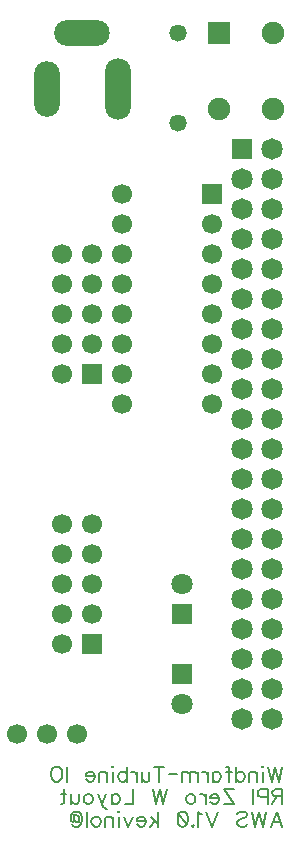
<source format=gbr>
G04 DipTrace 3.2.0.1*
G04 BottomMask.gbr*
%MOMM*%
G04 #@! TF.FileFunction,Soldermask,Bot*
G04 #@! TF.Part,Single*
%ADD25R,1.7X1.7*%
%ADD26C,1.7*%
%ADD39C,1.9*%
%ADD40R,1.9X1.9*%
%ADD41C,1.47*%
%ADD43C,1.47*%
%ADD45R,1.82X1.82*%
%ADD47C,1.82*%
%ADD49O,4.7X2.2*%
%ADD51O,2.2X5.2*%
%ADD53O,2.2X4.7*%
%ADD56C,1.7*%
%ADD58C,1.8*%
%ADD60R,1.8X1.8*%
%ADD62C,0.19608*%
%FSLAX35Y35*%
G04*
G71*
G90*
G75*
G01*
G04 BotMask*
%LPD*%
D60*
X2951000Y2397000D3*
D58*
Y2143000D3*
D60*
Y2905000D3*
D58*
Y3159000D3*
D56*
X1935000Y5953000D3*
Y5699000D3*
Y5445000D3*
Y5191000D3*
Y4937000D3*
D25*
X2189000D3*
D56*
Y5191000D3*
Y5445000D3*
Y5699000D3*
Y5953000D3*
X1935000Y3667000D3*
Y3413000D3*
Y3159000D3*
Y2905000D3*
Y2651000D3*
D25*
X2189000D3*
D56*
Y2905000D3*
Y3159000D3*
Y3413000D3*
Y3667000D3*
D53*
X1808000Y7350000D3*
D51*
X2408000D3*
D49*
X2108000Y7820000D3*
D47*
X3713000Y6842000D3*
Y6588000D3*
Y6334000D3*
Y6080000D3*
Y5826000D3*
Y5572000D3*
Y5318000D3*
Y5064000D3*
Y4810000D3*
Y4556000D3*
Y4302000D3*
Y4048000D3*
Y3794000D3*
Y3540000D3*
Y3286000D3*
Y3032000D3*
Y2778000D3*
Y2524000D3*
Y2270000D3*
Y2016000D3*
X3459000D3*
Y2270000D3*
Y2524000D3*
Y2778000D3*
Y3032000D3*
Y3286000D3*
Y3540000D3*
Y3794000D3*
Y4048000D3*
Y4302000D3*
Y4556000D3*
Y4810000D3*
Y5064000D3*
Y5318000D3*
Y5572000D3*
Y5826000D3*
Y6080000D3*
Y6334000D3*
Y6588000D3*
D45*
Y6842000D3*
D43*
X2919250Y7826250D3*
D41*
Y7064250D3*
D40*
X3268500Y7826250D3*
D39*
X3718500D3*
Y7176250D3*
X3268500D3*
D25*
X3205000Y6461000D3*
D26*
Y6207000D3*
Y5953000D3*
Y5699000D3*
Y5445000D3*
Y5191000D3*
Y4937000D3*
Y4683000D3*
X2443000D3*
Y4937000D3*
Y5191000D3*
Y5445000D3*
Y5699000D3*
Y5953000D3*
Y6207000D3*
Y6461000D3*
D56*
X2062000Y1889000D3*
X1808000D3*
X1554000D3*
X3800806Y1611532D2*
D62*
X3770343Y1483922D1*
X3740020Y1611532D1*
X3709697Y1483922D1*
X3679233Y1611532D1*
X3640017D2*
X3633981Y1605495D1*
X3627804Y1611532D1*
X3633981Y1617709D1*
X3640017Y1611532D1*
X3633981Y1568995D2*
Y1483922D1*
X3588588Y1568995D2*
Y1483922D1*
Y1544709D2*
X3570338Y1562959D1*
X3558125Y1568995D1*
X3540015D1*
X3527802Y1562959D1*
X3521765Y1544709D1*
Y1483922D1*
X3409690Y1611532D2*
Y1483922D1*
Y1550745D2*
X3421763Y1562959D1*
X3433976Y1568995D1*
X3452226D1*
X3464299Y1562959D1*
X3476513Y1550745D1*
X3482549Y1532495D1*
Y1520422D1*
X3476513Y1502172D1*
X3464299Y1490099D1*
X3452226Y1483922D1*
X3433976D1*
X3421763Y1490099D1*
X3409690Y1502172D1*
X3321901Y1611532D2*
X3333974D1*
X3346188Y1605495D1*
X3352224Y1587245D1*
Y1483922D1*
X3370474Y1568995D2*
X3327938D1*
X3209826D2*
Y1483922D1*
Y1550745D2*
X3221899Y1562959D1*
X3234112Y1568995D1*
X3252222D1*
X3264435Y1562959D1*
X3276508Y1550745D1*
X3282685Y1532495D1*
Y1520422D1*
X3276508Y1502172D1*
X3264435Y1490099D1*
X3252222Y1483922D1*
X3234112D1*
X3221899Y1490099D1*
X3209826Y1502172D1*
X3170610Y1568995D2*
Y1483922D1*
Y1532495D2*
X3164433Y1550745D1*
X3152360Y1562959D1*
X3140147Y1568995D1*
X3121897D1*
X3082681D2*
Y1483922D1*
Y1544709D2*
X3064431Y1562959D1*
X3052217Y1568995D1*
X3034108D1*
X3021894Y1562959D1*
X3015858Y1544709D1*
Y1483922D1*
Y1544709D2*
X2997608Y1562959D1*
X2985394Y1568995D1*
X2967285D1*
X2955071Y1562959D1*
X2948894Y1544709D1*
Y1483922D1*
X2909679Y1547657D2*
X2839486D1*
X2757734Y1611532D2*
Y1483922D1*
X2800271Y1611532D2*
X2715198D1*
X2675982Y1568995D2*
Y1508209D1*
X2669945Y1490099D1*
X2657732Y1483922D1*
X2639482D1*
X2627409Y1490099D1*
X2609159Y1508209D1*
Y1568995D2*
Y1483922D1*
X2569943Y1568995D2*
Y1483922D1*
Y1532495D2*
X2563766Y1550745D1*
X2551693Y1562959D1*
X2539480Y1568995D1*
X2521230D1*
X2482014Y1611532D2*
Y1483922D1*
Y1550745D2*
X2469801Y1562959D1*
X2457728Y1568995D1*
X2439478D1*
X2427404Y1562959D1*
X2415191Y1550745D1*
X2409154Y1532495D1*
Y1520422D1*
X2415191Y1502172D1*
X2427404Y1490099D1*
X2439478Y1483922D1*
X2457728D1*
X2469801Y1490099D1*
X2482014Y1502172D1*
X2369939Y1611532D2*
X2363902Y1605495D1*
X2357725Y1611532D1*
X2363902Y1617709D1*
X2369939Y1611532D1*
X2363902Y1568995D2*
Y1483922D1*
X2318510Y1568995D2*
Y1483922D1*
Y1544709D2*
X2300260Y1562959D1*
X2288046Y1568995D1*
X2269937D1*
X2257723Y1562959D1*
X2251687Y1544709D1*
Y1483922D1*
X2212471Y1532495D2*
X2139611D1*
Y1544709D1*
X2145648Y1556922D1*
X2151684Y1562959D1*
X2163898Y1568995D1*
X2182148D1*
X2194221Y1562959D1*
X2206434Y1550745D1*
X2212471Y1532495D1*
Y1520422D1*
X2206434Y1502172D1*
X2194221Y1490099D1*
X2182148Y1483922D1*
X2163898D1*
X2151684Y1490099D1*
X2139611Y1502172D1*
X1976949Y1611532D2*
Y1483922D1*
X1901233Y1611532D2*
X1913447Y1605495D1*
X1925520Y1593282D1*
X1931697Y1581209D1*
X1937733Y1562959D1*
Y1532495D1*
X1931697Y1514385D1*
X1925520Y1502172D1*
X1913447Y1490099D1*
X1901233Y1483922D1*
X1876947D1*
X1864874Y1490099D1*
X1852660Y1502172D1*
X1846624Y1514385D1*
X1840587Y1532495D1*
Y1562959D1*
X1846624Y1581209D1*
X1852660Y1593282D1*
X1864874Y1605495D1*
X1876947Y1611532D1*
X1901233D1*
X3703520Y1102922D2*
X3752234Y1230532D1*
X3800807Y1102922D1*
X3782557Y1145459D2*
X3721770D1*
X3664305Y1230532D2*
X3633841Y1102922D1*
X3603518Y1230532D1*
X3573195Y1102922D1*
X3542732Y1230532D1*
X3418443Y1212282D2*
X3430516Y1224495D1*
X3448766Y1230532D1*
X3473052D1*
X3491302Y1224495D1*
X3503516Y1212282D1*
Y1200209D1*
X3497339Y1187995D1*
X3491302Y1181959D1*
X3479229Y1175922D1*
X3442729Y1163709D1*
X3430516Y1157672D1*
X3424479Y1151495D1*
X3418443Y1139422D1*
Y1121172D1*
X3430516Y1109099D1*
X3448766Y1102922D1*
X3473052D1*
X3491302Y1109099D1*
X3503516Y1121172D1*
X3255781Y1230532D2*
X3207208Y1102922D1*
X3158634Y1230532D1*
X3119419Y1206105D2*
X3107205Y1212282D1*
X3088955Y1230391D1*
Y1102922D1*
X3043703Y1115135D2*
X3049740Y1108959D1*
X3043703Y1102922D1*
X3037526Y1108959D1*
X3043703Y1115135D1*
X2961810Y1230391D2*
X2980060Y1224355D1*
X2992274Y1206105D1*
X2998310Y1175782D1*
Y1157532D1*
X2992274Y1127209D1*
X2980060Y1108959D1*
X2961810Y1102922D1*
X2949737D1*
X2931487Y1108959D1*
X2919414Y1127209D1*
X2913237Y1157532D1*
Y1175782D1*
X2919414Y1206105D1*
X2931487Y1224355D1*
X2949737Y1230391D1*
X2961810D1*
X2919414Y1206105D2*
X2992274Y1127209D1*
X2750575Y1230532D2*
Y1102922D1*
X2689789Y1187995D2*
X2750575Y1127209D1*
X2726289Y1151495D2*
X2683752Y1102922D1*
X2644537Y1151495D2*
X2571677D1*
Y1163709D1*
X2577713Y1175922D1*
X2583750Y1181959D1*
X2595963Y1187995D1*
X2614213D1*
X2626287Y1181959D1*
X2638500Y1169745D1*
X2644537Y1151495D1*
Y1139422D1*
X2638500Y1121172D1*
X2626287Y1109099D1*
X2614213Y1102922D1*
X2595963D1*
X2583750Y1109099D1*
X2571677Y1121172D1*
X2532461Y1187995D2*
X2495961Y1102922D1*
X2459602Y1187995D1*
X2420386Y1230532D2*
X2414349Y1224495D1*
X2408172Y1230532D1*
X2414349Y1236709D1*
X2420386Y1230532D1*
X2414349Y1187995D2*
Y1102922D1*
X2368957Y1187995D2*
Y1102922D1*
Y1163709D2*
X2350707Y1181959D1*
X2338493Y1187995D1*
X2320384D1*
X2308170Y1181959D1*
X2302134Y1163709D1*
Y1102922D1*
X2232595Y1187995D2*
X2244668Y1181959D1*
X2256881Y1169745D1*
X2262918Y1151495D1*
Y1139422D1*
X2256881Y1121172D1*
X2244668Y1109099D1*
X2232595Y1102922D1*
X2214345D1*
X2202131Y1109099D1*
X2190058Y1121172D1*
X2183881Y1139422D1*
Y1151495D1*
X2190058Y1169745D1*
X2202131Y1181959D1*
X2214345Y1187995D1*
X2232595D1*
X2144666Y1230532D2*
Y1102922D1*
X2038627Y1200068D2*
X2056877D1*
X2068950Y1194032D1*
X2075127Y1187995D1*
X2081164Y1175782D1*
Y1151495D1*
X2075127Y1145459D1*
X2062914D1*
X2038627Y1151495D1*
X2032590Y1139422D1*
X2026554D1*
X2014340Y1151495D1*
X2008304Y1181818D1*
X2014340Y1200068D1*
X2020377Y1212282D1*
X2032590Y1224355D1*
X2044664Y1230391D1*
X2068950D1*
X2081164Y1224355D1*
X2093237Y1212282D1*
X2099414Y1200068D1*
X2105450Y1181818D1*
Y1151495D1*
X2099414Y1133245D1*
X2093237Y1121172D1*
X2081164Y1108959D1*
X2068950Y1102922D1*
X2044664D1*
X2032590Y1108959D1*
X2020377Y1121172D1*
X2038627Y1206105D2*
Y1151495D1*
X3800808Y1360245D2*
X3746198D1*
X3727948Y1366422D1*
X3721771Y1372459D1*
X3715735Y1384532D1*
Y1396745D1*
X3721771Y1408818D1*
X3727948Y1414995D1*
X3746198Y1421032D1*
X3800808D1*
Y1293422D1*
X3758271Y1360245D2*
X3715735Y1293422D1*
X3676519Y1354209D2*
X3621769D1*
X3603659Y1360245D1*
X3597482Y1366422D1*
X3591446Y1378495D1*
Y1396745D1*
X3597482Y1408818D1*
X3603659Y1414995D1*
X3621769Y1421032D1*
X3676519D1*
Y1293422D1*
X3552230Y1421032D2*
Y1293422D1*
X3389568Y1421032D2*
X3304495D1*
X3389568Y1293422D1*
X3304495D1*
X3265279Y1341995D2*
X3192420D1*
Y1354209D1*
X3198456Y1366422D1*
X3204493Y1372459D1*
X3216706Y1378495D1*
X3234956D1*
X3247029Y1372459D1*
X3259243Y1360245D1*
X3265279Y1341995D1*
Y1329922D1*
X3259243Y1311672D1*
X3247029Y1299599D1*
X3234956Y1293422D1*
X3216706D1*
X3204493Y1299599D1*
X3192420Y1311672D1*
X3153204Y1378495D2*
Y1293422D1*
Y1341995D2*
X3147027Y1360245D1*
X3134954Y1372459D1*
X3122740Y1378495D1*
X3104490D1*
X3034952D2*
X3047025Y1372459D1*
X3059238Y1360245D1*
X3065275Y1341995D1*
Y1329922D1*
X3059238Y1311672D1*
X3047025Y1299599D1*
X3034952Y1293422D1*
X3016702D1*
X3004488Y1299599D1*
X2992415Y1311672D1*
X2986238Y1329922D1*
Y1341995D1*
X2992415Y1360245D1*
X3004488Y1372459D1*
X3016702Y1378495D1*
X3034952D1*
X2823576Y1421032D2*
X2793113Y1293422D1*
X2762789Y1421032D1*
X2732466Y1293422D1*
X2702003Y1421032D1*
X2539341D2*
Y1293422D1*
X2466481D1*
X2354406Y1378495D2*
Y1293422D1*
Y1360245D2*
X2366479Y1372459D1*
X2378692Y1378495D1*
X2396802D1*
X2409016Y1372459D1*
X2421089Y1360245D1*
X2427266Y1341995D1*
Y1329922D1*
X2421089Y1311672D1*
X2409016Y1299599D1*
X2396802Y1293422D1*
X2378692D1*
X2366479Y1299599D1*
X2354406Y1311672D1*
X2309013Y1378495D2*
X2272654Y1293422D1*
X2284727Y1269135D1*
X2296940Y1256922D1*
X2309013Y1250885D1*
X2315190D1*
X2236154Y1378495D2*
X2272654Y1293422D1*
X2166615Y1378495D2*
X2178688Y1372459D1*
X2190901Y1360245D1*
X2196938Y1341995D1*
Y1329922D1*
X2190901Y1311672D1*
X2178688Y1299599D1*
X2166615Y1293422D1*
X2148365D1*
X2136151Y1299599D1*
X2124078Y1311672D1*
X2117901Y1329922D1*
Y1341995D1*
X2124078Y1360245D1*
X2136151Y1372459D1*
X2148365Y1378495D1*
X2166615D1*
X2078686D2*
Y1317709D1*
X2072649Y1299599D1*
X2060436Y1293422D1*
X2042186D1*
X2030113Y1299599D1*
X2011863Y1317709D1*
Y1378495D2*
Y1293422D1*
X1954397Y1421032D2*
Y1317709D1*
X1948360Y1299599D1*
X1936147Y1293422D1*
X1924074D1*
X1972647Y1378495D2*
X1930110D1*
M02*

</source>
